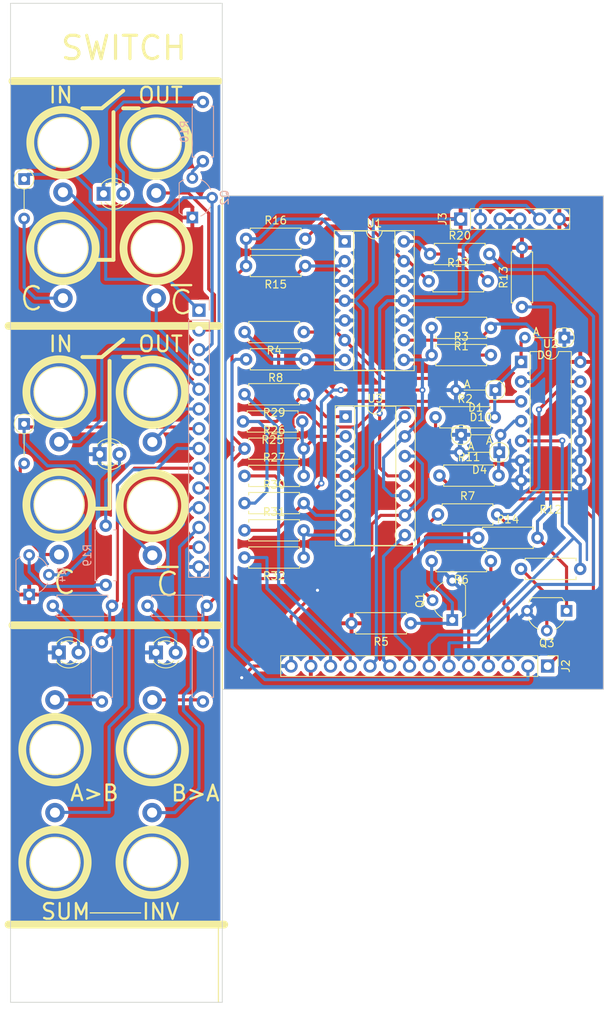
<source format=kicad_pcb>
(kicad_pcb (version 20221018) (generator pcbnew)
  (layers (0 "F.Cu" signal) (31 "B.Cu" signal) (34 "B.Paste" user) (35 "F.Paste" user) (36 "B.SilkS" user "B.Silkscreen") (37 "F.SilkS" user "F.Silkscreen") (38 "B.Mask" user) (39 "F.Mask" user) (44 "Edge.Cuts" user))
  (net 0 "")
  (net 1 "Net-(D1-K)")
  (net 2 "GND")
  (net 3 "C1")
  (net 4 "Net-(D3-A)")
  (net 5 "Net-(D10-A)")
  (net 6 "Net-(D6-A)")
  (net 7 "Net-(D7-A)")
  (net 8 "Net-(D8-A)")
  (net 9 "Net-(Q1-C)")
  (net 10 "Net-(Q1-B)")
  (net 11 "+12V")
  (net 12 "Net-(Q2-E)")
  (net 13 "Net-(Q3-C)")
  (net 14 "Net-(Q3-B)")
  (net 15 "Net-(Q4-E)")
  (net 16 "Net-(U1C--)")
  (net 17 "S1")
  (net 18 "IN1")
  (net 19 "Net-(U1B--)")
  (net 20 "Net-(R4-Pad2)")
  (net 21 "INV1")
  (net 22 "OUT1")
  (net 23 "Net-(U1A--)")
  (net 24 "S2")
  (net 25 "Net-(U1D--)")
  (net 26 "Net-(R17-Pad2)")
  (net 27 "Net-(R18-Pad2)")
  (net 28 "OUT2")
  (net 29 "Net-(R22-Pad2)")
  (net 30 "Net-(U3A--)")
  (net 31 "Net-(R25-Pad2)")
  (net 32 "SUM")
  (net 33 "Net-(U3B--)")
  (net 34 "Net-(R31-Pad2)")
  (net 35 "SUM_INV")
  (net 36 "C2")
  (net 37 "IN2")
  (net 38 "INV2")
  (net 39 "Net-(D2-A)")
  (net 40 "Net-(D5-A)")
  (net 41 "AB")
  (net 42 "BA")
  (net 43 "-12V")
  (footprint "Resistor_THT:R_Axial_DIN0207_L6.3mm_D2.5mm_P7.62mm_Horizontal" (layer "F.Cu") (at 104.855 119.79 180)
    (fp_text reference "R32")
    (fp_text value "R")
  )
  (footprint "LED_THT:LED_D3.0mm" (layer "F.Cu") (at 85.835 132)
    (fp_text reference "D8" hide)
    (fp_text value "LED")
  )
  (footprint "Package_DIP:DIP-14_W7.62mm" (layer "F.Cu") (at 132.825 94.625)
    (fp_text reference "U2")
    (fp_text value "CD4066BE")
  )
  (footprint "Diode_THT:D_DO-34_SOD68_P5.08mm_Vertical_AnodeUp" (layer "F.Cu") (at 138.39467 91.5 180)
    (fp_text reference "D9")
    (fp_text value "D")
  )
  (footprint "Resistor_THT:R_Axial_DIN0207_L6.3mm_D2.5mm_P7.62mm_Horizontal" (layer "F.Cu") (at 128.935 90.25 180)
    (fp_text reference "R1")
    (fp_text value "R")
  )
  (footprint "Resistor_THT:R_Axial_DIN0207_L6.3mm_D2.5mm_P7.62mm_Horizontal" (layer "F.Cu") (at 105.055 82.29 180)
    (fp_text reference "R15")
    (fp_text value "R")
  )
  (footprint "Diode_THT:D_DO-34_SOD68_P5.08mm_Vertical_AnodeUp" (layer "F.Cu") (at 130.01967 106.25 180)
    (fp_text reference "D4")
    (fp_text value "D")
  )
  (footprint "LED_THT:LED_D3.0mm" (layer "F.Cu") (at 79.1 73)
    (fp_text reference "D3" hide)
    (fp_text value "LED")
  )
  (footprint "LED_THT:LED_D3.0mm" (layer "F.Cu") (at 78.6 106.5)
    (fp_text reference "D6" hide)
    (fp_text value "LED")
  )
  (footprint "Library:aux_flush" (layer "F.Cu") (at 72.84465 159 -90)
    (fp_text reference "U15" hide)
    (fp_text value "Aux_flush")
  )
  (footprint "Resistor_THT:R_Axial_DIN0207_L6.3mm_D2.5mm_P7.62mm_Horizontal" (layer "F.Cu") (at 97.235 109.29)
    (fp_text reference "R27")
    (fp_text value "R")
  )
  (footprint "Library:aux_flush" (layer "F.Cu") (at 85.875 80.03035 90)
    (fp_text reference "U6" hide)
    (fp_text value "Aux_flush")
  )
  (footprint "Resistor_THT:R_Axial_DIN0207_L6.3mm_D2.5mm_P7.62mm_Horizontal" (layer "F.Cu") (at 104.855 98.79 180)
    (fp_text reference "R29")
    (fp_text value "R")
  )
  (footprint "Library:aux_flush" (layer "F.Cu") (at 85.34465 159 -90)
    (fp_text reference "U16" hide)
    (fp_text value "Aux_flush")
  )
  (footprint "Library:aux_flush" (layer "F.Cu") (at 72.84465 144.5 -90)
    (fp_text reference "U11" hide)
    (fp_text value "Aux_flush")
  )
  (footprint "Resistor_THT:R_Axial_DIN0207_L6.3mm_D2.5mm_P7.62mm_Horizontal" (layer "F.Cu") (at 104.665 102.29 180)
    (fp_text reference "R25")
    (fp_text value "R")
  )
  (footprint "Resistor_THT:R_Axial_DIN0207_L6.3mm_D2.5mm_P7.62mm_Horizontal" (layer "F.Cu") (at 121.315 93.75)
    (fp_text reference "R3")
    (fp_text value "R")
  )
  (footprint "Diode_THT:D_DO-34_SOD68_P5.08mm_Vertical_AnodeUp" (layer "F.Cu") (at 68.875 71.10533 -90)
    (fp_text reference "D2" hide)
    (fp_text value "D")
  )
  (footprint "Connector_PinHeader_2.54mm:PinHeader_1x14_P2.54mm_Vertical" (layer "F.Cu") (at 136.245 133.75 -90)
    (fp_text reference "J2")
    (fp_text value "Conn_01x14_Pin")
  )
  (footprint "Resistor_THT:R_Axial_DIN0207_L6.3mm_D2.5mm_P7.62mm_Horizontal" (layer "F.Cu") (at 97.235 105.79)
    (fp_text reference "R26")
    (fp_text value "R")
  )
  (footprint "Resistor_THT:R_Axial_DIN0207_L6.3mm_D2.5mm_P7.62mm_Horizontal" (layer "F.Cu") (at 132.935 87.56 90)
    (fp_text reference "R13")
    (fp_text value "R")
  )
  (footprint "Resistor_THT:R_Axial_DIN0207_L6.3mm_D2.5mm_P7.62mm_Horizontal" (layer "F.Cu") (at 128.935 120.25 180)
    (fp_text reference "R6")
    (fp_text value "R")
  )
  (footprint "Library:aux_flush" (layer "F.Cu") (at 85.375 98.53035 90)
    (fp_text reference "U13" hide)
    (fp_text value "Aux_flush")
  )
  (footprint "Library:aux_flush" (layer "F.Cu") (at 85.375 113.1 90)
    (fp_text reference "U12" hide)
    (fp_text value "Aux_flush")
  )
  (footprint "Package_DIP:DIP-14_W7.62mm_Socket" (layer "F.Cu") (at 110.125 79.13)
    (fp_text reference "U1")
    (fp_text value "TL074")
  )
  (footprint "Library:aux_flush" (layer "F.Cu") (at 73.375 98.5 90)
    (fp_text reference "U8" hide)
    (fp_text value "Aux_flush")
  )
  (footprint "Diode_THT:D_DO-34_SOD68_P5.08mm_Vertical_AnodeUp" (layer "F.Cu") (at 125.10533 104)
    (fp_text reference "D10")
    (fp_text value "D")
  )
  (footprint "Resistor_THT:R_Axial_DIN0207_L6.3mm_D2.5mm_P7.62mm_Horizontal" (layer "F.Cu") (at 132.815 121.25)
    (fp_text reference "R12")
    (fp_text value "R")
  )
  (footprint "Resistor_THT:R_Axial_DIN0207_L6.3mm_D2.5mm_P7.62mm_Horizontal" (layer "F.Cu") (at 104.865 90.79 180)
    (fp_text reference "R4")
    (fp_text value "R")
  )
  (footprint "Resistor_THT:R_Axial_DIN0207_L6.3mm_D2.5mm_P7.62mm_Horizontal" (layer "F.Cu") (at 121.815 101.75)
    (fp_text reference "R2")
    (fp_text value "R")
  )
  (footprint "Resistor_THT:R_Axial_DIN0207_L6.3mm_D2.5mm_P7.62mm_Horizontal" (layer "F.Cu") (at 120.935 84.25)
    (fp_text reference "R17")
    (fp_text value "R")
  )
  (footprint "Resistor_THT:R_Axial_DIN0207_L6.3mm_D2.5mm_P7.62mm_Horizontal" (layer "F.Cu") (at 127.315 117.25)
    (fp_text reference "R14")
    (fp_text value "R")
  )
  (footprint "Package_DIP:DIP-14_W7.62mm_Socket" (layer "F.Cu") (at 110.245 101.665)
    (fp_text reference "U3")
    (fp_text value "TL074")
  )
  (footprint "Resistor_THT:R_Axial_DIN0207_L6.3mm_D2.5mm_P7.62mm_Horizontal" (layer "F.Cu") (at 97.435 78.79)
    (fp_text reference "R16")
    (fp_text value "R")
  )
  (footprint "Package_TO_SOT_THT:TO-92L_Wide" (layer "F.Cu") (at 123.975 127.83 90)
    (fp_text reference "Q1")
    (fp_text value "BC547")
  )
  (footprint "Resistor_THT:R_Axial_DIN0207_L6.3mm_D2.5mm_P7.62mm_Horizontal" (layer "F.Cu") (at 97.235 116.29)
    (fp_text reference "R31")
    (fp_text value "R")
  )
  (footprint "Library:aux_flush" (layer "F.Cu") (at 73.875 66.4 90)
    (fp_text reference "U4" hide)
    (fp_text value "Aux_flush")
  )
  (footprint "Resistor_THT:R_Axial_DIN0207_L6.3mm_D2.5mm_P7.62mm_Horizontal" (layer "F.Cu") (at 122.315 109.25)
    (fp_text reference "R11")
    (fp_text value "R")
  )
  (footprint "Library:aux_flush" (layer "F.Cu") (at 85.375 144.5 -90)
    (fp_text reference "U14" hide)
    (fp_text value "Aux_flush")
  )
  (footprint "MountingHole:MountingHole_3.2mm_M3" (layer "F.Cu") (at 90.5 174)
    (fp_text reference "REF**" hide)
    (fp_text value "MountingHole_3.2mm_M3")
  )
  (footprint "Connector_PinHeader_2.54mm:PinHeader_1x06_P2.54mm_Vertical" (layer "F.Cu") (at 125.045 76.25 90)
    (fp_text reference "J3")
    (fp_text value "Conn_01x06_Pin")
  )
  (footprint "Diode_THT:D_DO-34_SOD68_P5.08mm_Vertical_AnodeUp" (layer "F.Cu") (at 129.51967 98.25 180)
    (fp_text reference "D1")
    (fp_text value "D")
  )
  (footprint "Resistor_THT:R_Axial_DIN0207_L6.3mm_D2.5mm_P7.62mm_Horizontal" (layer "F.Cu") (at 118.625 128.25 180)
    (fp_text reference "R5")
    (fp_text value "R")
  )
  (footprint "Resistor_THT:R_Axial_DIN0207_L6.3mm_D2.5mm_P7.62mm_Horizontal" (layer "F.Cu") (at 121.125 80.75)
    (fp_text reference "R20")
    (fp_text value "R")
  )
  (footprint "LED_THT:LED_D3.0mm" (layer "F.Cu") (at 73.335 132)
    (fp_text reference "D7" hide)
    (fp_text value "LED")
  )
  (footprint "Diode_THT:D_DO-34_SOD68_P5.08mm_Vertical_AnodeUp" (layer "F.Cu") (at 68.875 102.60533 -90)
    (fp_text reference "D5" hide)
    (fp_text value "D" hide)
  )
  (footprint "Resistor_THT:R_Axial_DIN0207_L6.3mm_D2.5mm_P7.62mm_Horizontal" (layer "F.Cu") (at 105.055 94.29 180)
    (fp_text reference "R8")
    (fp_text value "R")
  )
  (footprint "Library:aux_flush" (layer "F.Cu") (at 85.875 66.5 90)
    (fp_text reference "U7" hide)
    (fp_text value "Aux_flush")
  )
  (footprint "Library:aux_flush" (layer "F.Cu") (at 73.375 113 90)
    (fp_text reference "U9" hide)
    (fp_text value "Aux_flush")
  )
  (footprint "MountingHole:MountingHole_3.2mm_M3" (layer "F.Cu") (at 90.5 51.55)
    (fp_text reference "REF**" hide)
    (fp_text value "MountingHole_3.2mm_M3")
  )
  (footprint "Package_TO_SOT_THT:TO-92L_Wide" (layer "F.Cu") (at 138.675 126.65 180)
    (fp_text reference "Q3")
    (fp_text value "BC547")
  )
  (footprint "Library:aux_flush" (layer "F.Cu") (at 73.875 80.03035 90)
    (fp_text reference "U5" hide)
    (fp_text value "Aux_flush")
  )
  (footprint "Resistor_THT:R_Axial_DIN0207_L6.3mm_D2.5mm_P7.62mm_Horizontal" (layer "F.Cu") (at 97.235 112.79)
    (fp_text reference "R30")
    (fp_text value "R")
  )
  (footprint "Resistor_THT:R_Axial_DIN0207_L6.3mm_D2.5mm_P7.62mm_Horizontal" (layer "F.Cu") (at 122.125 114.25)
    (fp_text reference "R7")
    (fp_text value "R")
  )
  (footprint "Resistor_THT:R_Axial_DIN0207_L6.3mm_D2.5mm_P7.62mm_Horizontal" (layer "B.Cu") (at 91.875 130.69 -90)
    (fp_text reference "R22" hide)
    (fp_text value "R")
  )
  (footprint "Package_TO_SOT_THT:TO-92L_Wide" (layer "B.Cu") (at 69.525 124.55 90)
    (fp_text reference "Q4")
    (fp_text value "BC547")
  )
  (footprint "Resistor_THT:R_Axial_DIN0207_L6.3mm_D2.5mm_P7.62mm_Horizontal" (layer "B.Cu") (at 84.755 126)
    (fp_text reference "R21" hide)
    (fp_text value "R")
  )
  (footprint "Resistor_THT:R_Axial_DIN0207_L6.3mm_D2.5mm_P7.62mm_Horizontal" (layer "B.Cu") (at 72.565 126)
    (fp_text reference "R9" hide)
    (fp_text value "R")
  )
  (footprint "Resistor_THT:R_Axial_DIN0207_L6.3mm_D2.5mm_P7.62mm_Horizontal" (layer "B.Cu") (at 78.875 130.69 -90)
    (fp_text reference "R18" hide)
    (fp_text value "R")
  )
  (footprint "Resistor_THT:R_Axial_DIN0207_L6.3mm_D2.5mm_P7.62mm_Horizontal" (layer "B.Cu") (at 79.375 115.69 -90)
    (fp_text reference "R19")
    (fp_text value "R")
  )
  (footprint "Package_TO_SOT_THT:TO-92L_Wide" (layer "B.Cu") (at 90.525 76.05 90)
    (fp_text reference "Q2")
    (fp_text value "BC547")
  )
  (footprint "Resistor_THT:R_Axial_DIN0207_L6.3mm_D2.5mm_P7.62mm_Horizontal" (layer "B.Cu") (at 91.875 61.19 -90)
    (fp_text reference "R10")
    (fp_text value "R")
  )
  (footprint "Connector_PinHeader_2.54mm:PinHeader_1x14_P2.54mm_Vertical" (layer "B.Cu") (at 91.375 87.98 180)
    (fp_text reference "J1" hide)
    (fp_text value "Conn_01x14_Pin")
  )
  (gr_line (start 79.875 113.5) (end 79.875 94.5) (stroke (width 0.5)) (layer "F.SilkS"))
  (gr_line (start 81.625 62) (end 83.625 62) (stroke (width 0.5)) (layer "F.SilkS"))
  (gr_line (start 80.375 81.5) (end 80.375 62.5) (stroke (width 0.5)) (layer "F.SilkS"))
  (gr_line (start 76.375 62) (end 78.875 62) (stroke (width 0.5)) (layer "F.SilkS"))
  (gr_line (start 94.375 73.25) (end 94.375 136.75) (stroke (width 0.15)) (layer "F.SilkS"))
  (gr_line (start 93.875 177) (end 93.875 167) (stroke (width 0.15)) (layer "F.SilkS"))
  (gr_line (start 77.375 165.5) (end 83.875 165.5) (stroke (width 0.15)) (layer "F.SilkS"))
  (gr_line (start 86.125 121) (end 88.625 121) (stroke (width 0.3)) (layer "F.SilkS"))
  (gr_line (start 93.875 128.5) (end 67.375 128.5) (stroke (width 1)) (layer "F.SilkS"))
  (gr_line (start 81.625 94) (end 83.625 94) (stroke (width 0.5)) (layer "F.SilkS"))
  (gr_line (start 93.875 90) (end 66.875 90) (stroke (width 1)) (layer "F.SilkS"))
  (gr_line (start 78.875 62) (end 81.625 59.75) (stroke (width 0.5)) (layer "F.SilkS"))
  (gr_line (start 94.625 167) (end 66.875 167) (stroke (width 1)) (layer "F.SilkS"))
  (gr_line (start 67.375 58.5) (end 93.875 58.5) (stroke (width 1)) (layer "F.SilkS"))
  (gr_line (start 87.875 84.75) (end 90.375 84.75) (stroke (width 0.3)) (layer "F.SilkS"))
  (gr_line (start 78.875 94) (end 81.625 91.75) (stroke (width 0.5)) (layer "F.SilkS"))
  (gr_line (start 80.375 81.5) (end 77.875 81.5) (stroke (width 0.5)) (layer "F.SilkS"))
  (gr_line (start 76.375 94) (end 78.875 94) (stroke (width 0.5)) (layer "F.SilkS"))
  (gr_line (start 79.875 113.5) (end 77.375 113.5) (stroke (width 0.5)) (layer "F.SilkS"))
  (gr_line (start 143.425 136.755) (end 94.375 136.75) (stroke (width 0.1)) (layer "Edge.Cuts"))
  (gr_line (start 67.125 48.5) (end 67.125 177) (stroke (width 0.1)) (layer "Edge.Cuts"))
  (gr_line (start 94.375 73.25) (end 143.425 73.255) (stroke (width 0.1)) (layer "Edge.Cuts"))
  (gr_line (start 94.375 48.5) (end 94.375 73.25) (stroke (width 0.1)) (layer "Edge.Cuts"))
  (gr_line (start 143.425 73.255) (end 143.425 136.755) (stroke (width 0.1)) (layer "Edge.Cuts"))
  (gr_line (start 67.125 177) (end 94.375 177) (stroke (width 0.1)) (layer "Edge.Cuts"))
  (gr_line (start 67.125 48.5) (end 94.375 48.5) (stroke (width 0.1)) (layer "Edge.Cuts"))
  (gr_line (start 94.375 177) (end 94.375 136.75) (stroke (width 0.1)) (layer "Edge.Cuts"))
  (gr_text "OUT\n" (at 83.375 61.5) (layer "F.SilkS") (effects (font (size 2 2) (thickness 0.3)) (justify left bottom)))
  (gr_text "IN\n" (at 71.875 93.5) (layer "F.SilkS") (effects (font (size 2 2) (thickness 0.3)) (justify left bottom)))
  (gr_text "INV" (at 83.875 166.5) (layer "F.SilkS") (effects (font (size 2 2) (thickness 0.3)) (justify left bottom)))
  (gr_text "A>B" (at 74.625 151.25) (layer "F.SilkS") (effects (font (size 2 2) (thickness 0.3)) (justify left bottom)))
  (gr_text "SUM" (at 70.875 166.5) (layer "F.SilkS") (effects (font (size 2 2) (thickness 0.3)) (justify left bottom)))
  (gr_text "SWITCH" (at 73.375 56) (layer "F.SilkS") (effects (font (size 3 3) (thickness 0.4)) (justify left bottom)))
  (gr_text "C" (at 72.375 124.75) (layer "F.SilkS") (effects (font (size 3 3) (thickness 0.3)) (justify left bottom)))
  (gr_text "B>A" (at 87.625 151.28035) (layer "F.SilkS") (effects (font (size 2 2) (thickness 0.3)) (justify left bottom)))
  (gr_text "C" (at 87.375 88.75) (layer "F.SilkS") (effects (font (size 3 3) (thickness 0.3)) (justify left bottom)))
  (gr_text "OUT\n" (at 83.375 93.5) (layer "F.SilkS") (effects (font (size 2 2) (thickness 0.3)) (justify left bottom)))
  (gr_text "C" (at 85.625 125) (layer "F.SilkS") (effects (font (size 3 3) (thickness 0.3)) (justify left bottom)))
  (gr_text "C" (at 68.125 88.25) (layer "F.SilkS") (effects (font (size 3 3) (thickness 0.3)) (justify left bottom)))
  (gr_text "IN\n" (at 71.875 61.5) (layer "F.SilkS") (effects (font (size 2 2) (thickness 0.3)) (justify left bottom)))
  (segment (start 111.743629 103) (end 114.293629 100.45) (width 0.4) (layer "F.Cu") (net 0))
  (segment (start 107.072057 103) (end 111.743629 103) (width 0.4) (layer "F.Cu") (net 0))
  (segment (start 118.362057 100.465) (end 118.386029 100.488972) (width 0.4) (layer "F.Cu") (net 0))
  (segment (start 117.367943 100.465) (end 118.362057 100.465) (width 0.4) (layer "F.Cu") (net 0))
  (segment (start 103.465 101.792943) (end 104.167943 101.09) (width 0.4) (layer "F.Cu") (net 0))
  (segment (start 103.625 103) (end 103.465 102.84) (width 0.4) (layer "F.Cu") (net 0))
  (segment (start 105.162057 101.09) (end 107.072057 103) (width 0.4) (layer "F.Cu") (net 0))
  (segment (start 103.465 102.84) (end 103.465 101.792943) (width 0.4) (layer "F.Cu") (net 0))
  (segment (start 117.352943 100.45) (end 117.367943 100.465) (width 0.4) (layer "F.Cu") (net 0))
  (segment (start 114.293629 100.45) (end 117.352943 100.45) (width 0.4) (layer "F.Cu") (net 0))
  (segment (start 104.167943 101.09) (end 105.162057 101.09) (width 0.4) (layer "F.Cu") (net 0))
  (segment (start 132.825 94.625) (end 132.825 91.98967) (width 0.4) (layer "F.Cu") (net 1))
  (segment (start 132.825 91.98967) (end 133.31467 91.5) (width 0.4) (layer "F.Cu") (net 1))
  (segment (start 129.51967 98.25) (end 129.51967 97.93033) (width 0.4) (layer "B.Cu") (net 1))
  (segment (start 129.51967 97.93033) (end 132.825 94.625) (width 0.4) (layer "B.Cu") (net 1))
  (segment (start 129.435 101.75) (end 129.435 98.33467) (width 0.4) (layer "B.Cu") (net 1))
  (segment (start 129.435 98.33467) (end 129.51967 98.25) (width 0.4) (layer "B.Cu") (net 1))
  (segment (start 103.225 127.4) (end 106.625 124) (width 0.4) (layer "F.Cu") (net 2))
  (segment (start 96.875 135.25) (end 98.375 133.75) (width 0.4) (layer "F.Cu") (net 2))
  (segment (start 98.375 133.75) (end 103.225 133.75) (width 0.4) (layer "F.Cu") (net 2))
  (segment (start 103.225 133.75) (end 103.225 127.4) (width 0.4) (layer "F.Cu") (net 2))
  (via (at 96.875 135.25) (size 0.8) (drill 0.4) (layers "F.Cu" "B.Cu") (net 2))
  (via (at 106.625 124) (size 0.8) (drill 0.4) (layers "F.Cu" "B.Cu") (net 2))
  (segment (start 131.165 126.29) (end 130.625 125.75) (width 0.4) (layer "F.Cu") (net 3))
  (segment (start 135.125 100.75) (end 138.71 97.165) (width 0.4) (layer "F.Cu") (net 3))
  (segment (start 131.165 133.75) (end 131.165 126.29) (width 0.4) (layer "F.Cu") (net 3))
  (segment (start 130.625 125.75) (end 130.625 115.13) (width 0.4) (layer "F.Cu") (net 3))
  (segment (start 130.625 115.13) (end 129.745 114.25) (width 0.4) (layer "F.Cu") (net 3))
  (segment (start 138.71 97.165) (end 140.445 97.165) (width 0.4) (layer "F.Cu") (net 3))
  (via (at 135.125 100.75) (size 0.8) (drill 0.4) (layers "F.Cu" "B.Cu") (net 3))
  (segment (start 77.375 74) (end 78.375 75) (width 0.4) (layer "B.Cu") (net 3))
  (segment (start 131.625 114.25) (end 135.125 110.75) (width 0.4) (layer "B.Cu") (net 3))
  (segment (start 129.745 114.25) (end 131.625 114.25) (width 0.4) (layer "B.Cu") (net 3))
  (segment (start 78.375 75) (end 87.875 75) (width 0.4) (layer "B.Cu") (net 3))
  (segment (start 68.875 71) (end 69.375 70.5) (width 0.4) (layer "B.Cu") (net 3))
  (segment (start 77.375 72.5) (end 77.375 74) (width 0.4) (layer "B.Cu") (net 3))
  (segment (start 91.375 93.06) (end 92.315 93.06) (width 0.4) (layer "B.Cu") (net 3))
  (segment (start 93.065 92.31) (end 93.065 73.51) (width 0.4) (layer "B.Cu") (net 3))
  (segment (start 135.125 110.75) (end 135.125 100.75) (width 0.4) (layer "B.Cu") (net 3))
  (segment (start 89.375 73.5) (end 89.385 73.51) (width 0.4) (layer "B.Cu") (net 3))
  (segment (start 68.875 71.10533) (end 68.875 71) (width 0.4) (layer "B.Cu") (net 3))
  (segment (start 87.875 75) (end 89.375 73.5) (width 0.4) (layer "B.Cu") (net 3))
  (segment (start 89.385 73.51) (end 93.065 73.51) (width 0.4) (layer "B.Cu") (net 3))
  (segment (start 92.315 93.06) (end 93.065 92.31) (width 0.4) (layer "B.Cu") (net 3))
  (segment (start 75.375 70.5) (end 77.375 72.5) (width 0.4) (layer "B.Cu") (net 3))
  (segment (start 69.375 70.5) (end 75.375 70.5) (width 0.4) (layer "B.Cu") (net 3))
  (segment (start 81.685 61.19) (end 80.375 62.5) (width 0.4) (layer "B.Cu") (net 4))
  (segment (start 81.64 73) (end 81.64 70.265) (width 0.4) (layer "B.Cu") (net 4))
  (segment (start 80.375 69) (end 80.375 62.5) (width 0.4) (layer "B.Cu") (net 4))
  (segment (start 81.64 70.265) (end 80.375 69) (width 0.4) (layer "B.Cu") (net 4))
  (segment (start 91.875 61.19) (end 81.685 61.19) (width 0.4) (layer "B.Cu") (net 4))
  (segment (start 129.935 109.25) (end 129.935 105.83467) (width 0.4) (layer "B.Cu") (net 5))
  (segment (start 130.01967 104.16566) (end 131.94033 102.245) (width 0.4) (layer "B.Cu") (net 5))
  (segment (start 130.01967 105.75) (end 130.01967 104.16566) (width 0.4) (layer "B.Cu") (net 5))
  (segment (start 129.935 105.83467) (end 130.01967 105.75) (width 0.4) (layer "B.Cu") (net 5))
  (segment (start 131.94033 102.245) (end 132.825 102.245) (width 0.4) (layer "B.Cu") (net 5))
  (segment (start 79.375 110) (end 81.14 108.235) (width 0.4) (layer "B.Cu") (net 6))
  (segment (start 79.375 115.69) (end 79.375 110) (width 0.4) (layer "B.Cu") (net 6))
  (segment (start 81.14 108.235) (end 81.14 106.5) (width 0.4) (layer "B.Cu") (net 6))
  (segment (start 81.64 107) (end 81.14 106.5) (width 0.4) (layer "B.Cu") (net 6))
  (segment (start 75.875 129.31) (end 72.565 126) (width 0.4) (layer "B.Cu") (net 7))
  (segment (start 75.875 132) (end 75.875 129.31) (width 0.4) (layer "B.Cu") (net 7))
  (segment (start 88.375 129.62) (end 84.755 126) (width 0.4) (layer "B.Cu") (net 8))
  (segment (start 88.375 132) (end 88.375 129.62) (width 0.4) (layer "B.Cu") (net 8))
  (segment (start 121.315 122.94) (end 121.315 120.25) (width 0.4) (layer "B.Cu") (net 9))
  (segment (start 123.555 128.25) (end 123.975 127.83) (width 0.4) (layer "B.Cu") (net 9))
  (segment (start 118.625 128.25) (end 123.555 128.25) (width 0.4) (layer "B.Cu") (net 9))
  (segment (start 123.975 125.6) (end 121.315 122.94) (width 0.4) (layer "B.Cu") (net 9))
  (segment (start 123.975 127.83) (end 123.975 125.6) (width 0.4) (layer "B.Cu") (net 9))
  (segment (start 121.435 125.29) (end 119.625 123.48) (width 0.4) (layer "F.Cu") (net 10))
  (segment (start 119.625 116.75) (end 122.125 114.25) (width 0.4) (layer "F.Cu") (net 10))
  (segment (start 119.625 123.48) (end 119.625 116.75) (width 0.4) (layer "F.Cu") (net 10))
  (segment (start 140.445 78.95) (end 137.745 76.25) (width 0.4) (layer "F.Cu") (net 11))
  (segment (start 140.445 94.625) (end 140.445 78.95) (width 0.4) (layer "F.Cu") (net 11))
  (segment (start 113.85 76.25) (end 125.045 76.25) (width 0.4) (layer "B.Cu") (net 11))
  (segment (start 113.8 84.4) (end 113.8 76.3) (width 0.4) (layer "B.Cu") (net 11))
  (segment (start 111.35 86.75) (end 110.125 86.75) (width 0.4) (layer "B.Cu") (net 11))
  (segment (start 110.245 109.285) (end 111.215 109.285) (width 0.4) (layer "B.Cu") (net 11))
  (segment (start 111.215 109.285) (end 112.5 108) (width 0.4) (layer "B.Cu") (net 11))
  (segment (start 112.5 87.9) (end 111.35 86.75) (width 0.4) (layer "B.Cu") (net 11))
  (segment (start 110.125 86.75) (end 111.45 86.75) (width 0.4) (layer "B.Cu") (net 11))
  (segment (start 113.8 76.3) (end 113.85 76.25) (width 0.4) (layer "B.Cu") (net 11))
  (segment (start 112.5 108) (end 112.5 87.9) (width 0.4) (layer "B.Cu") (net 11))
  (segment (start 111.45 86.75) (end 113.8 84.4) (width 0.4) (layer "B.Cu") (net 11))
  (segment (start 90.525 70.16) (end 91.875 68.81) (width 0.4) (layer "B.Cu") (net 12))
  (segment (start 90.525 70.97) (end 90.525 70.16) (width 0.4) (layer "B.Cu") (net 12))
  (segment (start 138.675 126.65) (end 138.675 120.99) (width 0.4) (layer "F.Cu") (net 13))
  (segment (start 138.675 120.99) (end 134.935 117.25) (width 0.4) (layer "F.Cu") (net 13))
  (segment (start 136.625 113.44) (end 134.935 115.13) (width 0.4) (layer "B.Cu") (net 13))
  (segment (start 132.935 87.56) (end 136.625 87.56) (width 0.4) (layer "B.Cu") (net 13))
  (segment (start 134.935 115.13) (end 134.935 117.25) (width 0.4) (layer "B.Cu") (net 13))
  (segment (start 136.625 87.56) (end 136.625 113.44) (width 0.4) (layer "B.Cu") (net 13))
  (segment (start 136.135 124.57) (end 132.815 121.25) (width 0.4) (layer "F.Cu") (net 14))
  (segment (start 136.135 129.19) (end 136.135 124.57) (width 0.4) (layer "F.Cu") (net 14))
  (segment (start 69.525 121.65) (end 71.375 123.5) (width 0.4) (layer "B.Cu") (net 15))
  (segment (start 77.875 123.5) (end 78.065 123.31) (width 0.4) (layer "B.Cu") (net 15))
  (segment (start 69.525 119.47) (end 69.525 121.65) (width 0.4) (layer "B.Cu") (net 15))
  (segment (start 71.375 123.5) (end 77.875 123.5) (width 0.4) (layer "B.Cu") (net 15))
  (segment (start 78.065 123.31) (end 79.375 123.31) (width 0.4) (layer "B.Cu") (net 15))
  (segment (start 117.745 91.83) (end 127.355 91.83) (width 0.4) (layer "F.Cu") (net 16))
  (segment (start 127.355 91.83) (end 128.935 90.25) (width 0.4) (layer "F.Cu") (net 16))
  (segment (start 128.935 90.25) (end 129.435 89.75) (width 0.4) (layer "B.Cu") (net 16))
  (segment (start 135.625 95.75) (end 134.21 97.165) (width 0.4) (layer "B.Cu") (net 16))
  (segment (start 135.625 91.875) (end 135.625 95.75) (width 0.4) (layer "B.Cu") (net 16))
  (segment (start 129.435 89.75) (end 133.5 89.75) (width 0.4) (layer "B.Cu") (net 16))
  (segment (start 134.21 97.165) (end 132.825 97.165) (width 0.4) (layer "B.Cu") (net 16))
  (segment (start 133.5 89.75) (end 135.625 91.875) (width 0.4) (layer "B.Cu") (net 16))
  (segment (start 109.625 98.25) (end 120.125 98.25) (width 0.4) (layer "F.Cu") (net 17))
  (segment (start 101.165 109.29) (end 103.125 111.25) (width 0.4) (layer "F.Cu") (net 17))
  (segment (start 103.125 111.25) (end 106.125 111.25) (width 0.4) (layer "F.Cu") (net 17))
  (segment (start 106.125 111.25) (end 107.125 110.25) (width 0.4) (layer "F.Cu") (net 17))
  (segment (start 97.235 109.29) (end 101.165 109.29) (width 0.4) (layer "F.Cu") (net 17))
  (via (at 109.625 98.25) (size 0.8) (drill 0.4) (layers "F.Cu" "B.Cu") (net 17))
  (via (at 120.125 98.25) (size 0.8) (drill 0.4) (layers "F.Cu" "B.Cu") (net 17))
  (via (at 107.125 110.25) (size 0.8) (drill 0.4) (layers "F.Cu" "B.Cu") (net 17))
  (segment (start 120.125 98.25) (end 120.125 94.37) (width 0.4) (layer "B.Cu") (net 17))
  (segment (start 107.125 99.75) (end 108.625 98.25) (width 0.4) (layer "B.Cu") (net 17))
  (segment (start 108.625 98.25) (end 109.625 98.25) (width 0.4) (layer "B.Cu") (net 17))
  (segment (start 117.865 104.205) (end 120.125 101.945) (width 0.4) (layer "B.Cu") (net 17))
  (segment (start 120.125 94.37) (end 120.695 94.37) (width 0.4) (layer "B.Cu") (net 17))
  (segment (start 121.315 90.25) (end 121.315 93.75) (width 0.4) (layer "B.Cu") (net 17))
  (segment (start 117.745 94.37) (end 120.125 94.37) (width 0.4) (layer "B.Cu") (net 17))
  (segment (start 115.125 110.75) (end 115.125 106.945) (width 0.4) (layer "B.Cu") (net 17))
  (segment (start 116.2 111.825) (end 115.125 110.75) (width 0.4) (layer "B.Cu") (net 17))
  (segment (start 120.125 101.945) (end 120.125 98.25) (width 0.4) (layer "B.Cu") (net 17))
  (segment (start 107.125 110.25) (end 107.125 99.75) (width 0.4) (layer "B.Cu") (net 17))
  (segment (start 117.865 111.825) (end 116.2 111.825) (width 0.4) (layer "B.Cu") (net 17))
  (segment (start 115.125 106.945) (end 117.865 104.205) (width 0.4) (layer "B.Cu") (net 17))
  (segment (start 120.695 94.37) (end 121.315 93.75) (width 0.4) (layer "B.Cu") (net 17))
  (segment (start 121.815 101.75) (end 121.815 106.44) (width 0.4) (layer "F.Cu") (net 18))
  (segment (start 142.125 127.87) (end 136.245 133.75) (width 0.4) (layer "F.Cu") (net 18))
  (segment (start 127.625 112.25) (end 139.625 112.25) (width 0.4) (layer "F.Cu") (net 18))
  (segment (start 121.815 106.44) (end 127.625 112.25) (width 0.4) (layer "F.Cu") (net 18))
  (segment (start 142.125 114.75) (end 142.125 127.87) (width 0.4) (layer "F.Cu") (net 18))
  (segment (start 139.625 112.25) (end 142.125 114.75) (width 0.4) (layer "F.Cu") (net 18))
  (segment (start 74.675 72.8) (end 79.375 77.5) (width 0.4) (layer "B.Cu") (net 18))
  (segment (start 79.375 77.5) (end 79.375 84) (width 0.4) (layer "B.Cu") (net 18))
  (segment (start 79.375 84) (end 87.395 84) (width 0.4) (layer "B.Cu") (net 18))
  (segment (start 87.395 84) (end 91.375 87.98) (width 0.4) (layer "B.Cu") (net 18))
  (segment (start 73.875 72.8) (end 74.675 72.8) (width 0.4) (layer "B.Cu") (net 18))
  (segment (start 123.125 96.75) (end 115.045 96.75) (width 0.4) (layer "F.Cu") (net 19))
  (segment (start 115.045 96.75) (end 110.125 91.83) (width 0.4) (layer "F.Cu") (net 19))
  (segment (start 109.085 90.79) (end 110.125 91.83) (width 0.4) (layer "F.Cu") (net 19))
  (segment (start 128.935 93.75) (end 126.125 93.75) (width 0.4) (layer "F.Cu") (net 19))
  (segment (start 126.125 93.75) (end 123.125 96.75) (width 0.4) (layer "F.Cu") (net 19))
  (segment (start 104.865 90.79) (end 109.085 90.79) (width 0.4) (layer "F.Cu") (net 19))
  (segment (start 110.125 94.37) (end 105.135 94.37) (width 0.4) (layer "B.Cu") (net 20))
  (segment (start 105.055 94.29) (end 100.745 94.29) (width 0.4) (layer "B.Cu") (net 20))
  (segment (start 100.745 94.29) (end 97.245 90.79) (width 0.4) (layer "B.Cu") (net 20))
  (segment (start 105.135 94.37) (end 105.055 94.29) (width 0.4) (layer "B.Cu") (net 20))
  (segment (start 128.625 133.75) (end 128.625 127.56) (width 0.4) (layer "F.Cu") (net 21))
  (segment (start 128.625 127.56) (end 128.935 127.25) (width 0.4) (layer "F.Cu") (net 21))
  (segment (start 128.935 127.25) (end 128.935 120.25) (width 0.4) (layer "F.Cu") (net 21))
  (segment (start 91.375 95.5) (end 85.875 90) (width 0.4) (layer "B.Cu") (net 21))
  (segment (start 85.875 90) (end 85.875 86.43035) (width 0.4) (layer "B.Cu") (net 21))
  (segment (start 91.375 95.6) (end 91.375 95.5) (width 0.4) (layer "B.Cu") (net 21))
  (segment (start 92.855 90.52) (end 91.375 90.52) (width 0.4) (layer "F.Cu") (net 22))
  (segment (start 93.375 90) (end 92.855 90.52) (width 0.4) (layer "F.Cu") (net 22))
  (segment (start 90.025 72.9) (end 92.625 75.5) (width 0.4) (layer "F.Cu") (net 22))
  (segment (start 93.375 86) (end 93.375 90) (width 0.4) (layer "F.Cu") (net 22))
  (segment (start 92.625 75.5) (end 92.625 85.25) (width 0.4) (layer "F.Cu") (net 22))
  (segment (start 85.875 72.9) (end 90.025 72.9) (width 0.4) (layer "F.Cu") (net 22))
  (segment (start 92.625 85.25) (end 93.375 86) (width 0.4) (layer "F.Cu") (net 22))
  (segment (start 97.435 94.29) (end 96.085 94.29) (width 0.4) (layer "B.Cu") (net 22))
  (segment (start 133.705 135.5) (end 133.705 133.75) (width 0.4) (layer "B.Cu") (net 22))
  (segment (start 99.875 135.5) (end 133.705 135.5) (width 0.4) (layer "B.Cu") (net 22))
  (segment (start 96.085 94.29) (end 95.625 94.75) (width 0.4) (layer "B.Cu") (net 22))
  (segment (start 95.625 94.75) (end 95.625 131.25) (width 0.4) (layer "B.Cu") (net 22))
  (segment (start 95.625 131.25) (end 99.875 135.5) (width 0.4) (layer "B.Cu") (net 22))
  (segment (start 103.125 96.75) (end 101.625 95.25) (width 0.4) (layer "F.Cu") (net 23))
  (segment (start 106.125 96.75) (end 103.125 96.75) (width 0.4) (layer "F.Cu") (net 23))
  (segment (start 109.08 99.705) (end 106.125 96.75) (width 0.4) (layer "F.Cu") (net 23))
  (segment (start 132.825 99.705) (end 109.08 99.705) (width 0.4) (layer "F.Cu") (net 23))
  (segment (start 101.625 95.25) (end 101.625 85.72) (width 0.4) (layer "F.Cu") (net 23))
  (segment (start 101.625 85.72) (end 105.055 82.29) (width 0.4) (layer "F.Cu") (net 23))
  (segment (start 105.055 82.29) (end 109.505 82.29) (width 0.4) (layer "B.Cu") (net 23))
  (segment (start 109.505 82.29) (end 110.125 81.67) (width 0.4) (layer "B.Cu") (net 23))
  (segment (start 97.235 105.79) (end 95.625 104.18) (width 0.4) (layer "F.Cu") (net 24))
  (segment (start 109.875 122.5) (end 96.125 122.5) (width 0.4) (layer "F.Cu") (net 24))
  (segment (start 113.625 115.5) (end 113.625 118.75) (width 0.4) (layer "F.Cu") (net 24))
  (segment (start 117.865 114.365) (end 114.76 114.365) (width 0.4) (layer "F.Cu") (net 24))
  (segment (start 114.76 114.365) (end 113.625 115.5) (width 0.4) (layer "F.Cu") (net 24))
  (segment (start 95.625 104.18) (end 95.625 84.1) (width 0.4) (layer "F.Cu") (net 24))
  (segment (start 95.625 107.4) (end 97.235 105.79) (width 0.4) (layer "F.Cu") (net 24))
  (segment (start 113.625 118.75) (end 109.875 122.5) (width 0.4) (layer "F.Cu") (net 24))
  (segment (start 95.625 84.1) (end 97.435 82.29) (width 0.4) (layer "F.Cu") (net 24))
  (segment (start 95.625 122) (end 95.625 107.4) (width 0.4) (layer "F.Cu") (net 24))
  (segment (start 96.125 122.5) (end 95.625 122) (width 0.4) (layer "F.Cu") (net 24))
  (segment (start 97.435 78.79) (end 99.085 78.79) (width 0.4) (layer "B.Cu") (net 24))
  (segment (start 97.435 82.29) (end 97.435 78.79) (width 0.4) (layer "B.Cu") (net 24))
  (segment (start 101.625 76.25) (end 107.245 76.25) (width 0.4) (layer "B.Cu") (net 24))
  (segment (start 120.125 107.75) (end 120.125 112.105) (width 0.4) (layer "B.Cu") (net 24))
  (segment (start 119.12 106.745) (end 120.125 107.75) (width 0.4) (layer "B.Cu") (net 24))
  (segment (start 117.865 106.745) (end 119.12 106.745) (width 0.4) (layer "B.Cu") (net 24))
  (segment (start 120.125 112.105) (end 117.865 114.365) (width 0.4) (layer "B.Cu") (net 24))
  (segment (start 107.245 76.25) (end 110.125 79.13) (width 0.4) (layer "B.Cu") (net 24))
  (segment (start 99.085 78.79) (end 101.625 76.25) (width 0.4) (layer "B.Cu") (net 24))
  (segment (start 107.595 76.25) (end 112.325 76.25) (width 0.4) (layer "F.Cu") (net 25))
  (segment (start 120.935 84.25) (end 118.355 81.67) (width 0.4) (layer "F.Cu") (net 25))
  (segment (start 118.355 81.67) (end 117.745 81.67) (width 0.4) (layer "F.Cu") (net 25))
  (segment (start 105.055 78.79) (end 107.595 76.25) (width 0.4) (layer "F.Cu") (net 25))
  (segment (start 112.325 76.25) (end 117.745 81.67) (width 0.4) (layer "F.Cu") (net 25))
  (segment (start 125.055 80.75) (end 128.555 84.25) (width 0.4) (layer "F.Cu") (net 26))
  (segment (start 121.125 80.75) (end 125.055 80.75) (width 0.4) (layer "F.Cu") (net 26))
  (segment (start 117.745 79.13) (end 119.505 79.13) (width 0.4) (layer "B.Cu") (net 26))
  (segment (start 119.505 79.13) (end 121.125 80.75) (width 0.4) (layer "B.Cu") (net 26))
  (segment (start 72.84465 138.1) (end 78.665 138.1) (width 0.4) (layer "B.Cu") (net 27))
  (segment (start 78.665 138.1) (end 78.875 138.31) (width 0.4) (layer "B.Cu") (net 27))
  (segment (start 142.145 123.23) (end 142.145 88.77) (width 0.4) (layer "B.Cu") (net 28))
  (segment (start 142.125 123.25) (end 142.145 123.23) (width 0.4) (layer "B.Cu") (net 28))
  (segment (start 136.125 82.75) (end 130.745 82.75) (width 0.4) (layer "B.Cu") (net 28))
  (segment (start 142.145 88.77) (end 136.125 82.75) (width 0.4) (layer "B.Cu") (net 28))
  (segment (start 127.375 130.75) (end 134.875 123.25) (width 0.4) (layer "B.Cu") (net 28))
  (segment (start 123.545 133.75) (end 123.545 130.83) (width 0.4) (layer "B.Cu") (net 28))
  (segment (start 130.745 82.75) (end 128.745 80.75) (width 0.4) (layer "B.Cu") (net 28))
  (segment (start 134.875 123.25) (end 142.125 123.25) (width 0.4) (layer "B.Cu") (net 28))
  (segment (start 123.545 130.83) (end 123.625 130.75) (width 0.4) (layer "B.Cu") (net 28))
  (segment (start 85.375 104.93035) (end 89.62535 100.68) (width 0.4) (layer "B.Cu") (net 28))
  (segment (start 89.62535 100.68) (end 91.375 100.68) (width 0.4) (layer "B.Cu") (net 28))
  (segment (start 123.625 130.75) (end 127.375 130.75) (width 0.4) (layer "B.Cu") (net 28))
  (segment (start 85.375 138.1) (end 91.665 138.1) (width 0.4) (layer "F.Cu") (net 29))
  (segment (start 91.665 138.1) (end 91.875 138.31) (width 0.4) (layer "F.Cu") (net 29))
  (segment (start 85.375 138.1) (end 85.90535 137.56965) (width 0.4) (layer "B.Cu") (net 29))
  (segment (start 110.245 104.205) (end 106.44 104.205) (width 0.4) (layer "F.Cu") (net 30))
  (segment (start 106.44 104.205) (end 104.855 105.79) (width 0.4) (layer "F.Cu") (net 30))
  (segment (start 104.855 109.29) (end 104.855 105.79) (width 0.4) (layer "B.Cu") (net 30))
  (segment (start 104.665 102.29) (end 104.665 105.6) (width 0.4) (layer "B.Cu") (net 30))
  (segment (start 104.665 105.6) (end 104.855 105.79) (width 0.4) (layer "B.Cu") (net 30))
  (segment (start 101.355 102.29) (end 104.855 98.79) (width 0.4) (layer "F.Cu") (net 31))
  (segment (start 110.245 101.665) (end 107.73 101.665) (width 0.4) (layer "F.Cu") (net 31))
  (segment (start 97.045 102.29) (end 101.355 102.29) (width 0.4) (layer "F.Cu") (net 31))
  (segment (start 107.73 101.665) (end 104.855 98.79) (width 0.4) (layer "F.Cu") (net 31))
  (segment (start 100.125 103.377057) (end 99.037943 102.29) (width 0.4) (layer "B.Cu") (net 31))
  (segment (start 97.235 112.79) (end 98.585 112.79) (width 0.4) (layer "B.Cu") (net 31))
  (segment (start 98.585 112.79) (end 100.125 111.25) (width 0.4) (layer "B.Cu") (net 31))
  (segment (start 99.037943 102.29) (end 97.045 102.29) (width 0.4) (layer "B.Cu") (net 31))
  (segment (start 100.125 111.25) (end 100.125 103.377057) (width 0.4) (layer "B.Cu") (net 31))
  (segment (start 82.375 122) (end 82.375 139) (width 0.4) (layer "B.Cu") (net 32))
  (segment (start 89.375 114.5) (end 89.375 115.5) (width 0.4) (layer "B.Cu") (net 32))
  (segment (start 82.375 139) (end 79.80535 141.56965) (width 0.4) (layer "B.Cu") (net 32))
  (segment (start 90.495 113.38) (end 89.375 114.5) (width 0.4) (layer "B.Cu") (net 32))
  (segment (start 87.375 117.5) (end 87.375 121.5) (width 0.4) (layer "B.Cu") (net 32))
  (segment (start 82.875 121.5) (end 82.375 122) (width 0.4) (layer "B.Cu") (net 32))
  (segment (start 89.375 115.5) (end 87.375 117.5) (width 0.4) (layer "B.Cu") (net 32))
  (segment (start 101.625 103.18) (end 97.235 98.79) (width 0.4) (layer "B.Cu") (net 32))
  (segment (start 110.845 132.47) (end 101.625 123.25) (width 0.4) (layer "B.Cu") (net 32))
  (segment (start 79.80535 152.56965) (end 72.875 152.56965) (width 0.4) (layer "B.Cu") (net 32))
  (segment (start 72.875 152.56965) (end 72.84465 152.6) (width 0.4) (layer "B.Cu") (net 32))
  (segment (start 87.375 121.5) (end 82.875 121.5) (width 0.4) (layer "B.Cu") (net 32))
  (segment (start 91.375 113.38) (end 90.495 113.38) (width 0.4) (layer "B.Cu") (net 32))
  (segment (start 110.845 133.75) (end 110.845 132.47) (width 0.4) (layer "B.Cu") (net 32))
  (segment (start 101.625 123.25) (end 101.625 103.18) (width 0.4) (layer "B.Cu") (net 32))
  (segment (start 79.80535 141.56965) (end 79.80535 152.56965) (width 0.4) (layer "B.Cu") (net 32))
  (segment (start 97.235 116.29) (end 101.355 116.29) (width 0.4) (layer "F.Cu") (net 33))
  (segment (start 101.355 116.29) (end 104.855 112.79) (width 0.4) (layer "F.Cu") (net 33))
  (segment (start 110.245 114.365) (end 106.43 114.365) (width 0.4) (layer "B.Cu") (net 33))
  (segment (start 106.43 114.365) (end 104.855 112.79) (width 0.4) (layer "B.Cu") (net 33))
  (segment (start 105.47 116.905) (end 104.855 116.29) (width 0.4) (layer "B.Cu") (net 34))
  (segment (start 110.245 116.905) (end 105.47 116.905) (width 0.4) (layer "B.Cu") (net 34))
  (segment (start 104.855 119.79) (end 104.855 116.29) (width 0.4) (layer "B.Cu") (net 34))
  (segment (start 90.375 136.5) (end 89.375 137.5) (width 0.4) (layer "B.Cu") (net 35))
  (segment (start 91.375 141.5) (end 91.375 149.5) (width 0.4) (layer "B.Cu") (net 35))
  (segment (start 108.305 133.75) (end 108.305 131.93) (width 0.4) (layer "B.Cu") (net 35))
  (segment (start 89.375 137.5) (end 89.375 139.5) (width 0.4) (layer "B.Cu") (net 35))
  (segment (start 90.375 129.5) (end 90.375 136.5) (width 0.4) (layer "B.Cu") (net 35))
  (segment (start 88.875 118.42) (end 88.875 128) (width 0.4) (layer "B.Cu") (net 35))
  (segment (start 100.125 119.83) (end 100.085 119.79) (width 0.4) (layer "B.Cu") (net 35))
  (segment (start 91.375 115.92) (end 88.875 118.42) (width 0.4) (layer "B.Cu") (net 35))
  (segment (start 91.375 149.5) (end 88.275 152.6) (width 0.4) (layer "B.Cu") (net 35))
  (segment (start 88.875 128) (end 90.375 129.5) (width 0.4) (layer "B.Cu") (net 35))
  (segment (start 89.375 139.5) (end 91.375 141.5) (width 0.4) (layer "B.Cu") (net 35))
  (segment (start 100.125 123.75) (end 100.125 119.83) (width 0.4) (layer "B.Cu") (net 35))
  (segment (start 108.305 131.93) (end 100.125 123.75) (width 0.4) (layer "B.Cu") (net 35))
  (segment (start 100.085 119.79) (end 97.235 119.79) (width 0.4) (layer "B.Cu") (net 35))
  (segment (start 88.275 152.6) (end 85.34465 152.6) (width 0.4) (layer "B.Cu") (net 35))
  (segment (start 132.825 104.785) (end 138.09 104.785) (width 0.4) (layer "F.Cu") (net 36))
  (segment (start 88.875 103) (end 69.26967 103) (width 0.4) (layer "F.Cu") (net 36))
  (segment (start 91.375 103.22) (end 89.095 103.22) (width 0.4) (layer "F.Cu") (net 36))
  (segment (start 69.26967 103) (end 68.875 102.60533) (width 0.4) (layer "F.Cu") (net 36))
  (segment (start 138.09 104.785) (end 138.125 104.75) (width 0.4) (layer "F.Cu") (net 36))
  (segment (start 89.095 103.22) (end 88.875 103) (width 0.4) (layer "F.Cu") (net 36))
  (via (at 138.125 104.75) (size 0.8) (drill 0.4) (layers "F.Cu" "B.Cu") (net 36))
  (segment (start 127.125 129.75) (end 139.625 117.25) (width 0.4) (layer "B.Cu") (net 36))
  (segment (start 71.875 108) (end 75.375 108) (width 0.4) (layer "B.Cu") (net 36))
  (segment (start 77.375 119) (end 74.365 122.01) (width 0.4) (layer "B.Cu") (net 36))
  (segment (start 139.625 117.25) (end 138.125 115.75) (width 0.4) (layer "B.Cu") (net 36))
  (segment (start 122.125 129.75) (end 127.125 129.75) (width 0.4) (layer "B.Cu") (net 36))
  (segment (start 77.375 110) (end 77.375 119) (width 0.4) (layer "B.Cu") (net 36))
  (segment (start 121.005 133.75) (end 121.005 130.87) (width 0.4) (layer "B.Cu") (net 36))
  (segment (start 140.435 121.25) (end 140.435 118.06) (width 0.4) (layer "B.Cu") (net 36))
  (segment (start 121.005 130.87) (end 122.125 129.75) (width 0.4) (layer "B.Cu") (net 36))
  (segment (start 74.365 122.01) (end 71.565 122.01) (width 0.4) (layer "B.Cu") (net 36))
  (segment (start 68.875 102.60533) (end 68.875 105) (width 0.4) (layer "B.Cu") (net 36))
  (segment (start 75.375 108) (end 77.375 110) (width 0.4) (layer "B.Cu") (net 36))
  (segment (start 68.875 105) (end 71.875 108) (width 0.4) (layer "B.Cu") (net 36))
  (segment (start 138.125 115.75) (end 138.125 104.75) (width 0.4) (layer "B.Cu") (net 36))
  (segment (start 140.435 118.06) (end 139.625 117.25) (width 0.4) (layer "B.Cu") (net 36))
  (segment (start 126.085 133.75) (end 126.085 113.02) (width 0.4) (layer "F.Cu") (net 37))
  (segment (start 126.085 113.02) (end 122.315 109.25) (width 0.4) (layer "F.Cu") (net 37))
  (segment (start 86.235 93) (end 85.875 93) (width 0.4) (layer "B.Cu") (net 37))
  (segment (start 78.875 102) (end 78.875 94) (width 0.4) (layer "B.Cu") (net 37))
  (segment (start 73.375 104.9) (end 75.975 104.9) (width 0.4) (layer "B.Cu") (net 37))
  (segment (start 91.375 98.14) (end 86.235 93) (width 0.4) (layer "B.Cu") (net 37))
  (segment (start 85.875 93) (end 79.875 93) (width 0.4) (layer "B.Cu") (net 37))
  (segment (start 78.875 94) (end 79.875 93) (width 0.4) (layer "B.Cu") (net 37))
  (segment (start 75.975 104.9) (end 78.875 102) (width 0.4) (layer "B.Cu") (net 37))
  (segment (start 91.375 105.76) (end 88.615 105.76) (width 0.4) (layer "B.Cu") (net 38))
  (segment (start 118.465 133.75) (end 118.465 131.59) (width 0.4) (layer "B.Cu") (net 38))
  (segment (start 116.625 129.75) (end 116.625 121.25) (width 0.4) (layer "B.Cu") (net 38))
  (segment (start 88.615 105.76) (end 85.875 108.5) (width 0.4) (layer "B.Cu") (net 38))
  (segment (start 85.375 119.5) (end 80.875 115) (width 0.4) (layer "B.Cu") (net 38))
  (segment (start 82.875 108.5) (end 85.875 108.5) (width 0.4) (layer "B.Cu") (net 38))
  (segment (start 120.625 117.25) (end 127.315 117.25) (width 0.4) (layer "B.Cu") (net 38))
  (segment (start 118.465 131.59) (end 116.625 129.75) (width 0.4) (layer "B.Cu") (net 38))
  (segment (start 116.625 121.25) (end 120.625 117.25) (width 0.4) (layer "B.Cu") (net 38))
  (segment (start 80.875 115) (end 80.875 110.5) (width 0.4) (layer "B.Cu") (net 38))
  (segment (start 80.875 110.5) (end 82.875 108.5) (width 0.4) (layer "B.Cu") (net 38))
  (segment (start 73.875 86.43035) (end 70.30535 86.43035) (width 0.4) (layer "B.Cu") (net 39))
  (segment (start 70.30535 86.43035) (end 68.875 85) (width 0.4) (layer "B.Cu") (net 39))
  (segment (start 68.875 85) (end 68.875 76.18533) (width 0.4) (layer "B.Cu") (net 39))
  (segment (start 68.375 116.5) (end 68.375 108.18533) (width 0.4) (layer "F.Cu") (net 40))
  (segment (start 73.375 119.4) (end 71.275 119.4) (width 0.4) (layer "F.Cu") (net 40))
  (segment (start 71.275 119.4) (end 68.375 116.5) (width 0.4) (layer "F.Cu") (net 40))
  (segment (start 68.375 108.18533) (end 68.875 107.68533) (width 0.4) (layer "F.Cu") (net 40))
  (segment (start 83.075 108.3) (end 80.875 110.5) (width 0.4) (layer "F.Cu") (net 41))
  (segment (start 80.875 125.31) (end 80.185 126) (width 0.4) (layer "F.Cu") (net 41))
  (segment (start 91.375 108.3) (end 83.075 108.3) (width 0.4) (layer "F.Cu") (net 41))
  (segment (start 80.875 110.5) (end 80.875 125.31) (width 0.4) (layer "F.Cu") (net 41))
  (segment (start 115.925 133.75) (end 115.125 132.95) (width 0.4) (layer "B.Cu") (net 41))
  (segment (start 115.125 132.95) (end 115.125 119.645) (width 0.4) (layer "B.Cu") (net 41))
  (segment (start 78.875 130.69) (end 79.875 129.69) (width 0.4) (layer "B.Cu") (net 41))
  (segment (start 79.875 126.31) (end 80.185 126) (width 0.4) (layer "B.Cu") (net 41))
  (segment (start 79.875 129.69) (end 79.875 126.31) (width 0.4) (layer "B.Cu") (net 41))
  (segment (start 115.125 119.645) (end 117.865 116.905) (width 0.4) (layer "B.Cu") (net 41))
  (segment (start 93.375 125) (end 92.375 126) (width 0.4) (layer "F.Cu") (net 42))
  (segment (start 93.375 111) (end 93.375 125) (width 0.4) (layer "F.Cu") (net 42))
  (segment (start 91.375 110.84) (end 93.215 110.84) (width 0.4) (layer "F.Cu") (net 42))
  (segment (start 93.215 110.84) (end 93.375 111) (width 0.4) (layer "F.Cu") (net 42))
  (segment (start 91.875 130.69) (end 91.875 126.5) (width 0.4) (layer "B.Cu") (net 42))
  (segment (start 114.2 105.33) (end 117.865 101.665) (width 0.4) (layer "B.Cu") (net 42))
  (segment (start 91.875 126.5) (end 92.375 126) (width 0.4) (layer "B.Cu") (net 42))
  (segment (start 114.2 132.935) (end 114.2 105.33) (width 0.4) (layer "B.Cu") (net 42))
  (segment (start 113.385 133.75) (end 114.2 132.935) (width 0.4) (layer "B.Cu") (net 42))
  (segment (start 114.625 101.25) (end 114.625 108.25) (width 0.4) (layer "F.Cu") (net 43))
  (segment (start 115.66 109.285) (end 117.865 109.285) (width 0.4) (layer "F.Cu") (net 43))
  (segment (start 114.625 108.25) (end 115.66 109.285) (width 0.4) (layer "F.Cu") (net 43))
  (via (at 114.625 101.25) (size 0.8) (drill 0.4) (layers "F.Cu" "B.Cu") (net 43))
  (segment (start 127.585 76.25) (end 127.585 74.79) (width 0.4) (layer "B.Cu") (net 43))
  (segment (start 125.375 79.75) (end 125.375 86.5) (width 0.4) (layer "B.Cu") (net 43))
  (segment (start 127.585 74.79) (end 127.875 74.5) (width 0.4) (layer "B.Cu") (net 43))
  (segment (start 115.625 86.75) (end 117.745 86.75) (width 0.4) (layer "B.Cu") (net 43))
  (segment (start 125.125 86.75) (end 117.745 86.75) (width 0.4) (layer "B.Cu") (net 43))
  (segment (start 114.625 87.75) (end 115.625 86.75) (width 0.4) (layer "B.Cu") (net 43))
  (segment (start 127.585 77.54) (end 125.375 79.75) (width 0.4) (layer "B.Cu") (net 43))
  (segment (start 125.375 86.5) (end 125.125 86.75) (width 0.4) (layer "B.Cu") (net 43))
  (segment (start 127.585 76.25) (end 127.585 77.54) (width 0.4) (layer "B.Cu") (net 43))
  (segment (start 133.455 74.5) (end 135.205 76.25) (width 0.4) (layer "B.Cu") (net 43))
  (segment (start 114.625 101.25) (end 114.625 87.75) (width 0.4) (layer "B.Cu") (net 43))
  (segment (start 127.875 74.5) (end 133.455 74.5) (width 0.4) (layer "B.Cu") (net 43))
  (zone (net 11) (net_name "+12V") (layer "F.Cu") (connect_pads (clearance 0.5)) (min_thickness 0.25) (fill yes (thermal_gap 0.5) (thermal_bridge_width 0.5))
    (polygon (pts (xy 94.625 73.25) (xy 143.625 73.25) (xy 143.625 136.75) (xy 94.625 136.75)))
  )
  (zone (net 11) (net_name "+12V") (layer "F.Cu") (priority 1) (connect_pads (clearance 0.5)) (min_thickness 0.25) (fill yes (thermal_gap 0.5) (thermal_bridge_width 0.5))
    (polygon (pts (xy 94.125 58.5) (xy 94.125 167) (xy 67.125 167) (xy 67.125 58.5)))
  )
  (zone (net 2) (net_name "GND") (layer "B.Cu") (priority 1) (connect_pads (clearance 0.5)) (min_thickness 0.25) (fill yes (thermal_gap 0.5) (thermal_bridge_width 0.5))
    (polygon (pts (xy 94.125 58.5) (xy 94.125 167) (xy 67.125 167) (xy 67.125 58.5)))
  )
  (zone (net 2) (net_name "GND") (layer "B.Cu") (connect_pads (clearance 0.5)) (min_thickness 0.25) (fill yes (thermal_gap 0.5) (thermal_bridge_width 0.5))
    (polygon (pts (xy 94.625 73.25) (xy 143.375 73.25) (xy 143.375 136.75) (xy 94.625 136.75)))
  )
)
</source>
